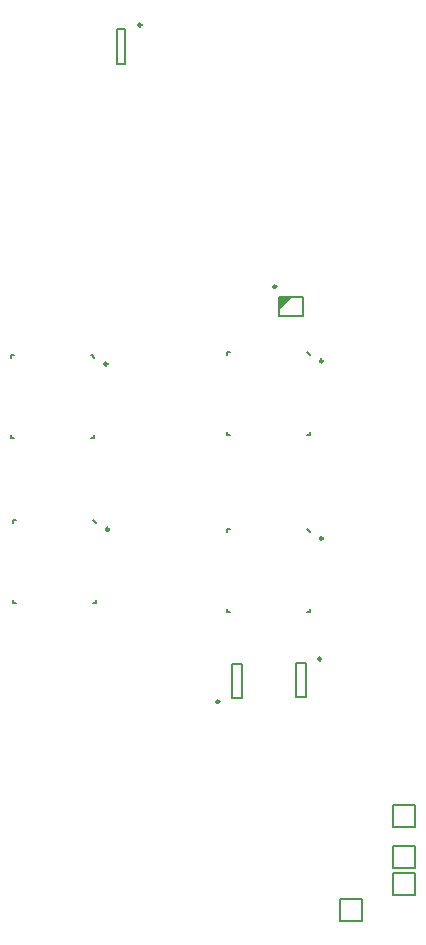
<source format=gbo>
G04 Layer_Color=32896*
%FSLAX25Y25*%
%MOIN*%
G70*
G01*
G75*
%ADD93C,0.00984*%
%ADD94C,0.00787*%
D93*
X518602Y201378D02*
G03*
X518602Y201378I-492J0D01*
G01*
X555905Y88878D02*
G03*
X555905Y88878I-492J0D01*
G01*
X519193Y146260D02*
G03*
X519193Y146260I-492J0D01*
G01*
X590453Y202362D02*
G03*
X590453Y202362I-492J0D01*
G01*
X574902Y227165D02*
G03*
X574902Y227165I-492J0D01*
G01*
X590453Y143307D02*
G03*
X590453Y143307I-492J0D01*
G01*
X589862Y103051D02*
G03*
X589862Y103051I-492J0D01*
G01*
X529980Y314380D02*
G03*
X529980Y314380I-492J0D01*
G01*
D94*
X514173Y203346D02*
Y203543D01*
X513386Y204331D02*
X514173Y203543D01*
X513189Y204331D02*
X513386D01*
X486614Y203346D02*
Y204331D01*
X487598D01*
X514173Y176772D02*
Y177756D01*
X513189Y176772D02*
X514173D01*
X486614D02*
Y177756D01*
Y176772D02*
X487598D01*
X560039Y90059D02*
Y101476D01*
Y90059D02*
X563386D01*
Y101476D01*
X560039D02*
X563386D01*
X514764Y148228D02*
Y148425D01*
X513976Y149213D02*
X514764Y148425D01*
X513779Y149213D02*
X513976D01*
X487205Y148228D02*
Y149213D01*
X488189D01*
X514764Y121653D02*
Y122638D01*
X513779Y121653D02*
X514764D01*
X487205D02*
Y122638D01*
Y121653D02*
X488189D01*
X558465Y177756D02*
X559449D01*
X558465D02*
Y178740D01*
X585039Y177756D02*
X586024D01*
Y178740D01*
X558465Y205315D02*
X559449D01*
X558465Y204331D02*
Y205315D01*
X585039D02*
X585236D01*
X586024Y204528D01*
Y204331D02*
Y204528D01*
X583858Y217323D02*
Y223622D01*
X575984Y217323D02*
X583858D01*
X575984D02*
Y223622D01*
X583858D01*
X575984Y222835D02*
X576772Y223622D01*
X575984Y222047D02*
X577559Y223622D01*
X575984Y221260D02*
X578346Y223622D01*
X575984Y220472D02*
X579134Y223622D01*
X575984Y219685D02*
X579921Y223622D01*
X558465Y118701D02*
X559449D01*
X558465D02*
Y119685D01*
X585039Y118701D02*
X586024D01*
Y119685D01*
X558465Y146260D02*
X559449D01*
X558465Y145276D02*
Y146260D01*
X585039D02*
X585236D01*
X586024Y145472D01*
Y145276D02*
Y145472D01*
X581398Y90453D02*
X584744D01*
X581398D02*
Y101870D01*
X584744D01*
Y90453D02*
Y101870D01*
X603642Y15610D02*
Y22972D01*
X596279Y15610D02*
X603642D01*
X596279D02*
Y22972D01*
X603642D01*
X621201Y33327D02*
Y40689D01*
X613839Y33327D02*
X621201D01*
X613839D02*
Y40689D01*
X621201D01*
Y24272D02*
Y31634D01*
X613839Y24272D02*
X621201D01*
X613839D02*
Y31634D01*
X621201D01*
Y47106D02*
Y54469D01*
X613839Y47106D02*
X621201D01*
X613839D02*
Y54469D01*
X621201D01*
X521811Y301388D02*
X524567D01*
X521811D02*
Y313199D01*
X524567D01*
Y301388D02*
Y313199D01*
M02*

</source>
